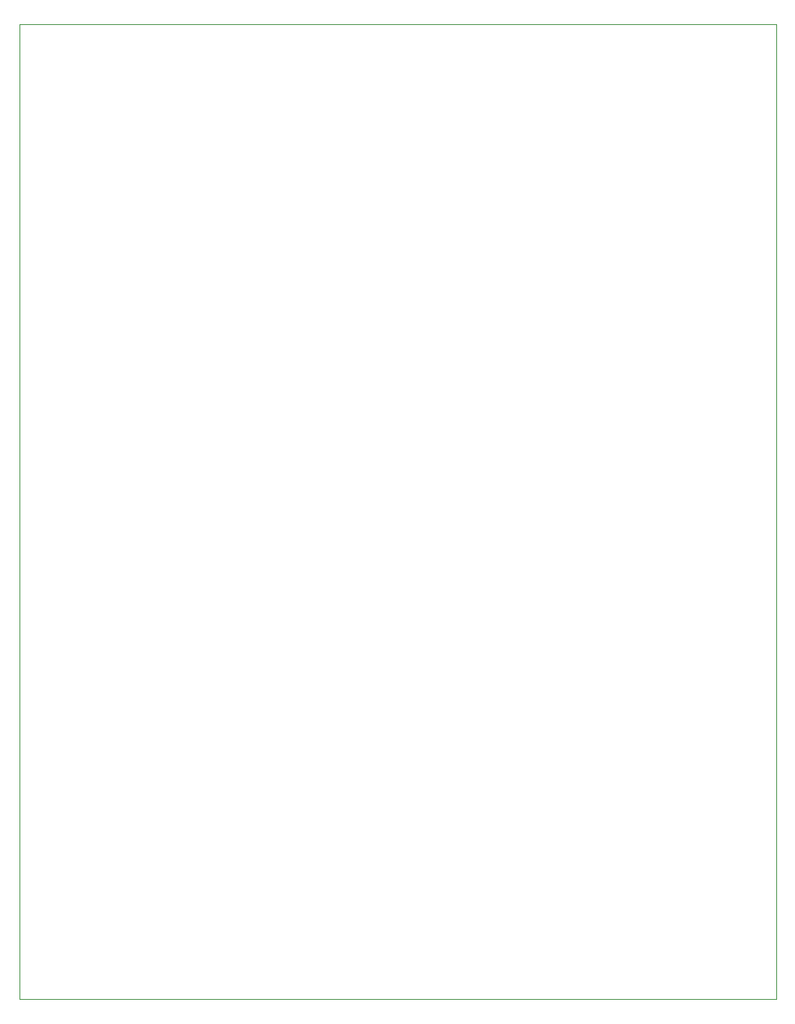
<source format=gm1>
G04 Layer_Color=16711935*
%FSLAX25Y25*%
%MOIN*%
G70*
G01*
G75*
%ADD144C,0.00197*%
D144*
X231890Y503740D02*
X555217Y503740D01*
X231890Y503740D02*
X231890Y87402D01*
X555217Y87402D02*
X555217Y503740D01*
X231890Y87402D02*
X555217Y87402D01*
M02*

</source>
